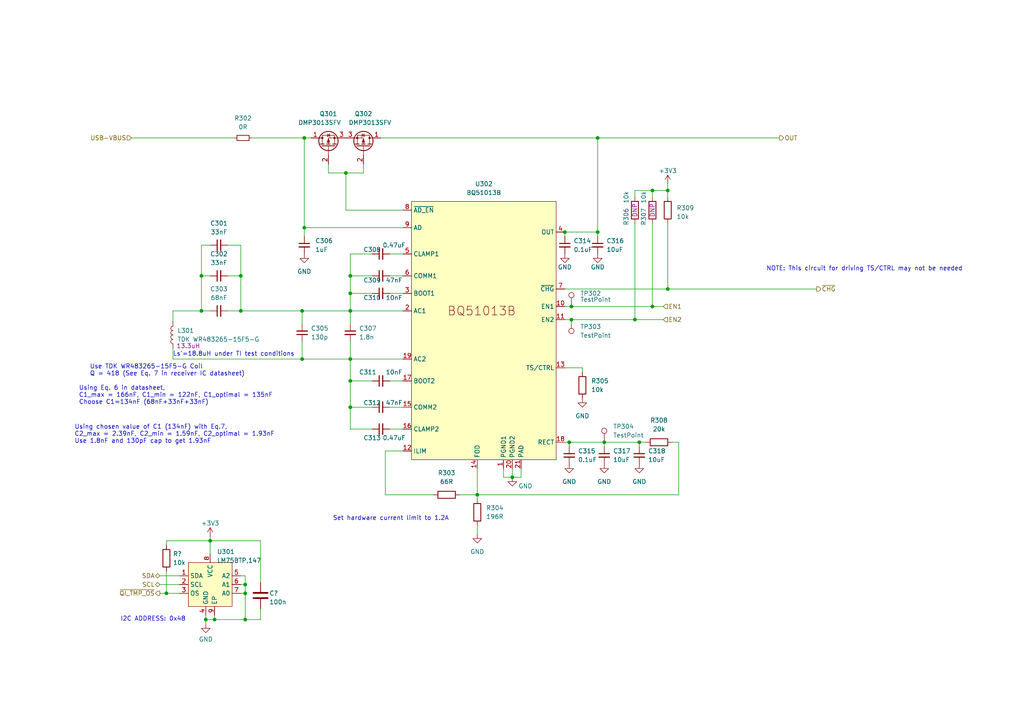
<source format=kicad_sch>
(kicad_sch (version 20230121) (generator eeschema)
  (paper "A4")
  (lib_symbols
    (symbol "Connector:TestPoint" (pin_numbers hide) (pin_names (offset 0.762) hide)
      (property "Reference" "TP" (at 0 6.858 0))
      (property "Value" "TestPoint" (at 0 5.08 0))
      (symbol "TestPoint_0_1"
        (circle (center 0 3.302) (radius 0.762))
      )
      (symbol "TestPoint_1_1"
        (pin passive line (at 0 0 90) (length 2.54) (name "1") (number "1"))
      )
    )
    (symbol "Device:C" (pin_numbers hide) (pin_names (offset 0.254))
      (property "Reference" "C" (at 0.635 2.54 0))
      (property "Value" "C" (at 0.635 -2.54 0))
      (symbol "C_0_1"
        (polyline (pts (xy -2.032 -0.762) (xy 2.032 -0.762)) (stroke (width 0.508)))
        (polyline (pts (xy -2.032 0.762) (xy 2.032 0.762)) (stroke (width 0.508)))
      )
      (symbol "C_1_1"
        (pin passive line (at 0 3.81 270) (length 2.794) (name "~") (number "1"))
        (pin passive line (at 0 -3.81 90) (length 2.794) (name "~") (number "2"))
      )
    )
    (symbol "Device:C_Small" (pin_numbers hide) (pin_names (offset 0.254) hide)
      (property "Reference" "C" (at 0.254 1.778 0))
      (property "Value" "C_Small" (at 0.254 -2.032 0))
      (symbol "C_Small_0_1"
        (polyline (pts (xy -1.524 -0.508) (xy 1.524 -0.508)) (stroke (width 0.3302)))
        (polyline (pts (xy -1.524 0.508) (xy 1.524 0.508)) (stroke (width 0.3048)))
      )
      (symbol "C_Small_1_1"
        (pin passive line (at 0 2.54 270) (length 2.032) (name "~") (number "1"))
        (pin passive line (at 0 -2.54 90) (length 2.032) (name "~") (number "2"))
      )
    )
    (symbol "Device:L" (pin_numbers hide) (pin_names (offset 1.016) hide)
      (property "Reference" "L" (at -1.27 0 90))
      (property "Value" "L" (at 1.905 0 90))
      (symbol "L_0_1"
        (arc (start 0 -2.54) (mid 0.6323 -1.905) (end 0 -1.27))
        (arc (start 0 -1.27) (mid 0.6323 -0.635) (end 0 0))
        (arc (start 0 0) (mid 0.6323 0.635) (end 0 1.27))
        (arc (start 0 1.27) (mid 0.6323 1.905) (end 0 2.54))
      )
      (symbol "L_1_1"
        (pin passive line (at 0 3.81 270) (length 1.27) (name "1") (number "1"))
        (pin passive line (at 0 -3.81 90) (length 1.27) (name "2") (number "2"))
      )
    )
    (symbol "Device:Q_PMOS_DGS" (pin_names (offset 0) hide)
      (property "Reference" "Q" (at 5.08 1.27 0))
      (property "Value" "Q_PMOS_DGS" (at 5.08 -1.27 0))
      (symbol "Q_PMOS_DGS_0_1"
        (polyline (pts (xy 0.254 0) (xy -2.54 0)))
        (polyline (pts (xy 0.254 1.905) (xy 0.254 -1.905)) (stroke (width 0.254)))
        (polyline (pts (xy 0.762 -1.27) (xy 0.762 -2.286)) (stroke (width 0.254)))
        (polyline (pts (xy 0.762 0.508) (xy 0.762 -0.508)) (stroke (width 0.254)))
        (polyline (pts (xy 0.762 2.286) (xy 0.762 1.27)) (stroke (width 0.254)))
        (polyline (pts (xy 2.54 2.54) (xy 2.54 1.778)))
        (polyline (pts (xy 2.54 -2.54) (xy 2.54 0) (xy 0.762 0)))
        (polyline (pts (xy 0.762 1.778) (xy 3.302 1.778) (xy 3.302 -1.778) (xy 0.762 -1.778)))
        (polyline (pts (xy 2.286 0) (xy 1.27 0.381) (xy 1.27 -0.381) (xy 2.286 0)) (fill (type outline)))
        (polyline (pts (xy 2.794 -0.508) (xy 2.921 -0.381) (xy 3.683 -0.381) (xy 3.81 -0.254)))
        (polyline (pts (xy 3.302 -0.381) (xy 2.921 0.254) (xy 3.683 0.254) (xy 3.302 -0.381)))
        (circle (center 1.651 0) (radius 2.794) (stroke (width 0.254)))
        (circle (center 2.54 -1.778) (radius 0.254) (fill (type outline)))
        (circle (center 2.54 1.778) (radius 0.254) (fill (type outline)))
      )
      (symbol "Q_PMOS_DGS_1_1"
        (pin passive line (at 2.54 5.08 270) (length 2.54) (name "D") (number "1"))
        (pin input line (at -5.08 0 0) (length 2.54) (name "G") (number "2"))
        (pin passive line (at 2.54 -5.08 90) (length 2.54) (name "S") (number "3"))
      )
    )
    (symbol "Device:R" (pin_numbers hide) (pin_names (offset 0))
      (property "Reference" "R" (at 2.032 0 90))
      (property "Value" "R" (at 0 0 90))
      (symbol "R_0_1"
        (rectangle (start -1.016 -2.54) (end 1.016 2.54) (stroke (width 0.254)))
      )
      (symbol "R_1_1"
        (pin passive line (at 0 3.81 270) (length 1.27) (name "~") (number "1"))
        (pin passive line (at 0 -3.81 90) (length 1.27) (name "~") (number "2"))
      )
    )
    (symbol "Device:R_Small" (pin_numbers hide) (pin_names (offset 0.254) hide)
      (property "Reference" "R" (at 0.762 0.508 0))
      (property "Value" "R_Small" (at 0.762 -1.016 0))
      (symbol "R_Small_0_1"
        (rectangle (start -0.762 1.778) (end 0.762 -1.778) (stroke (width 0.2032)))
      )
      (symbol "R_Small_1_1"
        (pin passive line (at 0 2.54 270) (length 0.762) (name "~") (number "1"))
        (pin passive line (at 0 -2.54 90) (length 0.762) (name "~") (number "2"))
      )
    )
    (symbol "capstone:LM75BTP,147"
      (property "Reference" "U" (at 2.54 -7.62 0))
      (property "Value" "LM75BTP,147" (at 7.62 7.62 0))
      (symbol "LM75BTP,147_1_1"
        (rectangle (start -6.35 6.35) (end 6.35 -6.35) (fill (type background)))
        (pin bidirectional line (at -8.89 2.54 0) (length 2.54) (name "SDA") (number "1"))
        (pin bidirectional line (at -8.89 0 0) (length 2.54) (name "SCL") (number "2"))
        (pin output line (at -8.89 -2.54 0) (length 2.54) (name "OS") (number "3"))
        (pin power_in line (at -1.27 -8.89 90) (length 2.54) (name "GND") (number "4"))
        (pin input line (at 8.89 2.54 180) (length 2.54) (name "A2") (number "5"))
        (pin input line (at 8.89 0 180) (length 2.54) (name "A1") (number "6"))
        (pin input line (at 8.89 -2.54 180) (length 2.54) (name "A0") (number "7"))
        (pin power_in line (at 0 8.89 270) (length 2.54) (name "VCC") (number "8"))
        (pin power_in line (at 1.27 -8.89 90) (length 2.54) (name "EP") (number "9"))
      )
    )
    (symbol "power:+3V3" (power) (pin_names (offset 0))
      (property "Value" "+3V3" (at 0 3.556 0))
      (symbol "+3V3_0_1"
        (polyline (pts (xy -0.762 1.27) (xy 0 2.54)))
        (polyline (pts (xy 0 0) (xy 0 2.54)))
        (polyline (pts (xy 0 2.54) (xy 0.762 1.27)))
      )
      (symbol "+3V3_1_1"
        (pin power_in line (at 0 0 90) (length 0) hide (name "+3V3") (number "1"))
      )
    )
    (symbol "power:GND" (power) (pin_names (offset 0))
      (property "Value" "GND" (at 0 -3.81 0))
      (symbol "GND_0_1"
        (polyline (pts (xy 0 0) (xy 0 -1.27) (xy 1.27 -1.27) (xy 0 -2.54) (xy -1.27 -1.27) (xy 0 -1.27)))
      )
      (symbol "GND_1_1"
        (pin power_in line (at 0 0 270) (length 0) hide (name "GND") (number "1"))
      )
    )
    (symbol "power_and_charging:BQ51013B"
      (property "Reference" "U" (at 0 33.02 0))
      (property "Value" "BQ51013B" (at 0 30.48 0))
      (symbol "BQ51013B_0_0"
        (text "BQ51013B" (at -2.54 -3.81 0) (effects (font (size 2.54 2.54))))
      )
      (symbol "BQ51013B_0_1"
        (rectangle (start -22.86 27.94) (end 19.05 -46.99) (fill (type background)))
      )
      (symbol "BQ51013B_1_1"
        (pin input line (at 3.81 -49.53 90) (length 2.54) (name "PGND1") (number "1"))
        (pin input line (at 21.59 -2.54 180) (length 2.54) (name "EN1") (number "10"))
        (pin input line (at 21.59 -6.35 180) (length 2.54) (name "EN2") (number "11"))
        (pin input line (at -25.4 -44.45 0) (length 2.54) (name "ILIM") (number "12"))
        (pin input line (at 21.59 -20.32 180) (length 2.54) (name "TS/CTRL") (number "13"))
        (pin input line (at -3.81 -49.53 90) (length 2.54) (name "FOD") (number "14"))
        (pin input line (at -25.4 -31.75 0) (length 2.54) (name "COMM2") (number "15"))
        (pin input line (at -25.4 -38.1 0) (length 2.54) (name "CLAMP2") (number "16"))
        (pin input line (at -25.4 -24.13 0) (length 2.54) (name "BOOT2") (number "17"))
        (pin input line (at 21.59 -41.91 180) (length 2.54) (name "RECT") (number "18"))
        (pin input line (at -25.4 -17.78 0) (length 2.54) (name "AC2") (number "19"))
        (pin input line (at -25.4 -3.81 0) (length 2.54) (name "AC1") (number "2"))
        (pin input line (at 6.35 -49.53 90) (length 2.54) (name "PGND2") (number "20"))
        (pin input line (at 8.89 -49.53 90) (length 2.54) (name "PAD") (number "21"))
        (pin input line (at -25.4 1.27 0) (length 2.54) (name "BOOT1") (number "3"))
        (pin input line (at 21.59 19.05 180) (length 2.54) (name "OUT") (number "4"))
        (pin input line (at -25.4 12.7 0) (length 2.54) (name "CLAMP1") (number "5"))
        (pin input line (at -25.4 6.35 0) (length 2.54) (name "COMM1") (number "6"))
        (pin input line (at 21.59 2.54 180) (length 2.54) (name "~{CHG}") (number "7"))
        (pin input line (at -25.4 25.4 0) (length 2.54) (name "~{AD_EN}") (number "8"))
        (pin input line (at -25.4 20.32 0) (length 2.54) (name "AD") (number "9"))
      )
    )
  )
  (junction (at 87.63 90.17))
  (junction (at 60.96 156.845))
  (junction (at 173.355 40.005))
  (junction (at 71.12 172.085))
  (junction (at 59.69 179.705))
  (junction (at 69.85 90.17))
  (junction (at 173.355 67.31))
  (junction (at 101.6 85.09))
  (junction (at 175.26 128.27))
  (junction (at 58.42 90.17))
  (junction (at 71.12 169.545))
  (junction (at 71.12 179.705))
  (junction (at 101.6 110.49))
  (junction (at 101.6 90.17))
  (junction (at 193.675 55.245))
  (junction (at 185.42 128.27))
  (junction (at 165.735 88.9))
  (junction (at 165.1 128.27))
  (junction (at 87.63 104.14))
  (junction (at 101.6 104.14))
  (junction (at 148.59 138.43))
  (junction (at 101.6 80.01))
  (junction (at 58.42 80.01))
  (junction (at 138.43 143.51))
  (junction (at 193.675 83.82))
  (junction (at 88.265 66.04))
  (junction (at 184.15 92.71))
  (junction (at 48.26 172.085))
  (junction (at 101.6 118.11))
  (junction (at 100.33 50.165))
  (junction (at 163.83 67.31))
  (junction (at 69.85 80.01))
  (junction (at 62.23 179.705))
  (junction (at 189.23 55.245))
  (junction (at 189.23 88.9))
  (junction (at 88.265 40.005))
  (junction (at 165.735 92.71))
  (wire (pts (xy 75.565 179.705) (xy 71.12 179.705)))
  (wire (pts (xy 50.165 90.17) (xy 50.165 93.345)))
  (wire (pts (xy 101.6 110.49) (xy 101.6 104.14)))
  (wire (pts (xy 107.95 118.11) (xy 101.6 118.11)))
  (wire (pts (xy 88.265 66.04) (xy 88.265 40.005)))
  (wire (pts (xy 60.96 71.12) (xy 58.42 71.12)))
  (wire (pts (xy 101.6 80.01) (xy 107.95 80.01)))
  (wire (pts (xy 111.76 130.81) (xy 111.76 143.51)))
  (wire (pts (xy 87.63 90.17) (xy 101.6 90.17)))
  (wire (pts (xy 146.05 135.89) (xy 146.05 138.43)))
  (wire (pts (xy 38.1 40.005) (xy 67.945 40.005)))
  (wire (pts (xy 66.04 90.17) (xy 69.85 90.17)))
  (wire (pts (xy 101.6 104.14) (xy 116.84 104.14)))
  (wire (pts (xy 59.69 179.705) (xy 59.69 180.975)))
  (wire (pts (xy 105.41 47.625) (xy 105.41 50.165)))
  (wire (pts (xy 69.85 90.17) (xy 87.63 90.17)))
  (wire (pts (xy 113.03 80.01) (xy 116.84 80.01)))
  (wire (pts (xy 110.49 40.005) (xy 173.355 40.005)))
  (wire (pts (xy 69.85 80.01) (xy 69.85 90.17)))
  (wire (pts (xy 95.25 47.625) (xy 95.25 50.165)))
  (wire (pts (xy 87.63 99.06) (xy 87.63 104.14)))
  (wire (pts (xy 66.04 71.12) (xy 69.85 71.12)))
  (wire (pts (xy 163.83 83.82) (xy 193.675 83.82)))
  (wire (pts (xy 138.43 135.89) (xy 138.43 143.51)))
  (wire (pts (xy 168.91 106.68) (xy 168.91 107.95)))
  (wire (pts (xy 113.03 110.49) (xy 116.84 110.49)))
  (wire (pts (xy 194.945 128.27) (xy 196.85 128.27)))
  (wire (pts (xy 163.83 106.68) (xy 168.91 106.68)))
  (wire (pts (xy 59.69 179.705) (xy 62.23 179.705)))
  (wire (pts (xy 69.85 172.085) (xy 71.12 172.085)))
  (wire (pts (xy 151.13 135.89) (xy 151.13 138.43)))
  (wire (pts (xy 71.12 179.705) (xy 71.12 172.085)))
  (wire (pts (xy 62.23 178.435) (xy 62.23 179.705)))
  (wire (pts (xy 101.6 99.06) (xy 101.6 104.14)))
  (wire (pts (xy 48.26 156.845) (xy 48.26 158.115)))
  (wire (pts (xy 184.15 57.15) (xy 184.15 55.245)))
  (wire (pts (xy 196.85 128.27) (xy 196.85 143.51)))
  (wire (pts (xy 196.85 143.51) (xy 138.43 143.51)))
  (wire (pts (xy 184.15 64.77) (xy 184.15 92.71)))
  (wire (pts (xy 66.04 80.01) (xy 69.85 80.01)))
  (wire (pts (xy 60.96 80.01) (xy 58.42 80.01)))
  (wire (pts (xy 163.83 128.27) (xy 165.1 128.27)))
  (wire (pts (xy 184.15 92.71) (xy 192.405 92.71)))
  (wire (pts (xy 185.42 128.27) (xy 185.42 129.54)))
  (wire (pts (xy 175.26 128.27) (xy 175.26 129.54)))
  (wire (pts (xy 107.95 73.66) (xy 101.6 73.66)))
  (wire (pts (xy 69.85 169.545) (xy 71.12 169.545)))
  (wire (pts (xy 138.43 152.4) (xy 138.43 154.94)))
  (wire (pts (xy 60.96 155.575) (xy 60.96 156.845)))
  (wire (pts (xy 163.83 92.71) (xy 165.735 92.71)))
  (wire (pts (xy 100.33 60.96) (xy 116.84 60.96)))
  (wire (pts (xy 163.83 67.31) (xy 163.83 68.58)))
  (wire (pts (xy 50.165 100.965) (xy 50.165 104.14)))
  (wire (pts (xy 75.565 176.53) (xy 75.565 179.705)))
  (wire (pts (xy 151.13 138.43) (xy 148.59 138.43)))
  (wire (pts (xy 60.96 156.845) (xy 48.26 156.845)))
  (wire (pts (xy 146.05 138.43) (xy 148.59 138.43)))
  (wire (pts (xy 107.95 85.09) (xy 101.6 85.09)))
  (wire (pts (xy 73.025 40.005) (xy 88.265 40.005)))
  (wire (pts (xy 58.42 71.12) (xy 58.42 80.01)))
  (wire (pts (xy 163.83 67.31) (xy 173.355 67.31)))
  (wire (pts (xy 101.6 90.17) (xy 116.84 90.17)))
  (wire (pts (xy 88.265 66.04) (xy 88.265 68.58)))
  (wire (pts (xy 101.6 90.17) (xy 101.6 93.98)))
  (wire (pts (xy 165.735 92.71) (xy 184.15 92.71)))
  (wire (pts (xy 60.96 156.845) (xy 60.96 160.655)))
  (wire (pts (xy 111.76 143.51) (xy 125.73 143.51)))
  (wire (pts (xy 69.85 71.12) (xy 69.85 80.01)))
  (wire (pts (xy 113.03 85.09) (xy 116.84 85.09)))
  (wire (pts (xy 148.59 135.89) (xy 148.59 138.43)))
  (wire (pts (xy 100.33 50.165) (xy 100.33 60.96)))
  (wire (pts (xy 175.26 128.27) (xy 185.42 128.27)))
  (wire (pts (xy 107.95 110.49) (xy 101.6 110.49)))
  (wire (pts (xy 87.63 104.14) (xy 101.6 104.14)))
  (wire (pts (xy 46.355 172.085) (xy 48.26 172.085)))
  (wire (pts (xy 101.6 124.46) (xy 101.6 118.11)))
  (wire (pts (xy 71.12 167.005) (xy 71.12 169.545)))
  (wire (pts (xy 46.355 169.545) (xy 52.07 169.545)))
  (wire (pts (xy 193.675 64.77) (xy 193.675 83.82)))
  (wire (pts (xy 113.03 124.46) (xy 116.84 124.46)))
  (wire (pts (xy 107.95 124.46) (xy 101.6 124.46)))
  (wire (pts (xy 185.42 128.27) (xy 187.325 128.27)))
  (wire (pts (xy 101.6 110.49) (xy 101.6 118.11)))
  (wire (pts (xy 50.165 90.17) (xy 58.42 90.17)))
  (wire (pts (xy 60.96 156.845) (xy 75.565 156.845)))
  (wire (pts (xy 165.1 128.27) (xy 165.1 129.54)))
  (wire (pts (xy 113.03 73.66) (xy 116.84 73.66)))
  (wire (pts (xy 101.6 73.66) (xy 101.6 80.01)))
  (wire (pts (xy 193.675 83.82) (xy 236.855 83.82)))
  (wire (pts (xy 189.23 88.9) (xy 192.405 88.9)))
  (wire (pts (xy 189.23 57.15) (xy 189.23 55.245)))
  (wire (pts (xy 71.12 172.085) (xy 71.12 169.545)))
  (wire (pts (xy 173.355 67.31) (xy 173.355 68.58)))
  (wire (pts (xy 133.35 143.51) (xy 138.43 143.51)))
  (wire (pts (xy 88.265 40.005) (xy 90.17 40.005)))
  (wire (pts (xy 87.63 90.17) (xy 87.63 93.98)))
  (wire (pts (xy 62.23 179.705) (xy 71.12 179.705)))
  (wire (pts (xy 184.15 55.245) (xy 189.23 55.245)))
  (wire (pts (xy 88.265 66.04) (xy 116.84 66.04)))
  (wire (pts (xy 193.675 55.245) (xy 193.675 57.15)))
  (wire (pts (xy 165.735 88.9) (xy 189.23 88.9)))
  (wire (pts (xy 58.42 80.01) (xy 58.42 90.17)))
  (wire (pts (xy 101.6 80.01) (xy 101.6 85.09)))
  (wire (pts (xy 113.03 118.11) (xy 116.84 118.11)))
  (wire (pts (xy 71.12 167.005) (xy 69.85 167.005)))
  (wire (pts (xy 48.26 172.085) (xy 52.07 172.085)))
  (wire (pts (xy 189.23 55.245) (xy 193.675 55.245)))
  (wire (pts (xy 138.43 143.51) (xy 138.43 144.78)))
  (wire (pts (xy 50.165 104.14) (xy 87.63 104.14)))
  (wire (pts (xy 173.355 40.005) (xy 173.355 67.31)))
  (wire (pts (xy 60.96 90.17) (xy 58.42 90.17)))
  (wire (pts (xy 189.23 64.77) (xy 189.23 88.9)))
  (wire (pts (xy 59.69 178.435) (xy 59.69 179.705)))
  (wire (pts (xy 101.6 85.09) (xy 101.6 90.17)))
  (wire (pts (xy 193.675 53.34) (xy 193.675 55.245)))
  (wire (pts (xy 95.25 50.165) (xy 100.33 50.165)))
  (wire (pts (xy 173.355 40.005) (xy 226.06 40.005)))
  (wire (pts (xy 116.84 130.81) (xy 111.76 130.81)))
  (wire (pts (xy 48.26 165.735) (xy 48.26 172.085)))
  (wire (pts (xy 163.83 88.9) (xy 165.735 88.9)))
  (wire (pts (xy 165.1 128.27) (xy 175.26 128.27)))
  (wire (pts (xy 46.355 167.005) (xy 52.07 167.005)))
  (wire (pts (xy 100.33 50.165) (xy 105.41 50.165)))
  (wire (pts (xy 75.565 156.845) (xy 75.565 168.91)))
  (text "Using chosen value of C1 (134nF) with Eq.7,\nC2_max = 2.39nF, C2_min = 1.59nF, C2_optimal = 1.93nF\nUse 1.8nF and 130pF cap to get 1.93nF\n\n" (at 21.59 130.81 0) (effects (font (size 1.27 1.27)) (justify left bottom)))
  (text "Use TDK WR483265-15F5-G Coil\nQ = 418 (See Eq. 7 in receiver IC datasheet)\n" (at 26.035 109.22 0) (effects (font (size 1.27 1.27)) (justify left bottom)))
  (text "Using Eq. 6 in datasheet, \nC1_max = 166nF, C1_min = 122nF, C1_optimal = 135nF\nChoose C1=134nF (68nF+33nF+33nF)" (at 22.86 117.475 0) (effects (font (size 1.27 1.27)) (justify left bottom)))
  (text "Ls'=18.8uH under TI test conditions\n" (at 50.165 103.505 0) (effects (font (size 1.27 1.27)) (justify left bottom)))
  (text "I2C ADDRESS: 0x48\n" (at 34.925 180.34 0) (effects (font (size 1.27 1.27)) (justify left bottom)))
  (text "NOTE: This circuit for driving TS/CTRL may not be needed" (at 222.25 78.74 0) (effects (font (size 1.27 1.27)) (justify left bottom)))
  (text "Set hardware current limit to 1.2A\n" (at 96.52 151.13 0) (effects (font (size 1.27 1.27)) (justify left bottom)))
  (hierarchical_label "OUT" (shape output) (at 226.06 40.005 0))
  (hierarchical_label "SCL" (shape bidirectional) (at 46.355 169.545 180))
  (hierarchical_label "EN2" (shape input) (at 192.405 92.71 0))
  (hierarchical_label "SDA" (shape bidirectional) (at 46.355 167.005 180))
  (hierarchical_label "EN1" (shape input) (at 192.405 88.9 0))
  (hierarchical_label "~{CHG}" (shape output) (at 236.855 83.82 0))
  (hierarchical_label "~{QI_TMP_OS}" (shape output) (at 46.355 172.085 180))
  (hierarchical_label "USB-VBUS" (shape input) (at 38.1 40.005 180))
  (symbol (lib_id "Device:C_Small") (at 110.49 73.66 90) (unit 1)
    (property "Reference" "C308" (at 107.95 72.39 90))
    (property "Value" "0.47uF" (at 114.3 71.12 90))
    (property "Footprint" "Capacitor_SMD:C_0603_1608Metric" (effects hide))
    (instances (project "high-power" (path "" (reference "C308") (unit 1))) (project "low-power" (path "" (reference "C213") (unit 1))))
  )
  (symbol (lib_id "Connector:TestPoint") (at 175.26 128.27 0) (unit 1)
    (property "Reference" "TP304" (at 177.8 123.698 0) (effects (justify left)))
    (property "Value" "TestPoint" (at 177.8 126.238 0) (effects (justify left)))
    (property "Footprint" "TestPoint:TestPoint_Pad_D1.0mm" (effects hide))
    (instances (project "high-power" (path "" (reference "TP304") (unit 1))) (project "low-power" (path "" (reference "TP204") (unit 1))))
  )
  (symbol (lib_id "Device:C_Small") (at 110.49 85.09 90) (unit 1)
    (property "Reference" "C310" (at 107.95 86.36 90))
    (property "Value" "10nF" (at 114.3 86.36 90))
    (property "Footprint" "Capacitor_SMD:C_0402_1005Metric" (effects hide))
    (instances (project "high-power" (path "" (reference "C310") (unit 1))) (project "low-power" (path "" (reference "C215") (unit 1))))
  )
  (symbol (lib_id "Device:C_Small") (at 110.49 118.11 90) (unit 1)
    (property "Reference" "C312" (at 107.95 116.84 90))
    (property "Value" "47nF" (at 114.3 116.84 90))
    (property "Footprint" "Capacitor_SMD:C_0603_1608Metric" (effects hide))
    (instances (project "high-power" (path "" (reference "C312") (unit 1))) (project "low-power" (path "" (reference "C217") (unit 1))))
  )
  (symbol (lib_id "Device:C_Small") (at 110.49 110.49 90) (unit 1)
    (property "Reference" "C311" (at 106.68 107.95 90))
    (property "Value" "10nF" (at 114.3 107.95 90))
    (property "Footprint" "Capacitor_SMD:C_0402_1005Metric" (effects hide))
    (instances (project "high-power" (path "" (reference "C311") (unit 1))) (project "low-power" (path "" (reference "C216") (unit 1))))
  )
  (symbol (lib_id "Device:R_Small") (at 70.485 40.005 270) (unit 1)
    (property "Reference" "R302" (at 70.485 34.29 90))
    (property "Value" "0R" (at 70.485 36.83 90))
    (property "Footprint" "Resistor_SMD:R_1206_3216Metric" (effects hide))
    (instances (project "high-power" (path "" (reference "R302") (unit 1))) (project "low-power" (path "" (reference "R203") (unit 1))))
  )
  (symbol (lib_id "Device:C_Small") (at 63.5 80.01 90) (unit 1)
    (property "Reference" "C302" (at 63.5063 73.66 90))
    (property "Value" "33nF" (at 63.5063 76.2 90))
    (property "Footprint" "Capacitor_SMD:C_0402_1005Metric" (effects hide))
    (instances (project "high-power" (path "" (reference "C302") (unit 1))) (project "low-power" (path "" (reference "C207") (unit 1))))
  )
  (symbol (lib_id "capstone:LM75BTP,147") (at 60.96 169.545 0) (unit 1)
    (property "Reference" "U301" (at 62.9159 160.02 0) (effects (justify left)))
    (property "Value" "LM75BTP,147" (at 62.9159 162.56 0) (effects (justify left)))
    (property "Footprint" "capstone:LM75BTP,147" (effects hide))
    (instances (project "high-power" (path "" (reference "U301") (unit 1))) (project "low-power" (path "" (reference "U202") (unit 1))))
  )
  (symbol (lib_id "Device:C_Small") (at 110.49 124.46 90) (unit 1)
    (property "Reference" "C313" (at 107.95 127 90))
    (property "Value" "0.47uF" (at 114.3 127 90))
    (property "Footprint" "Capacitor_SMD:C_0603_1608Metric" (effects hide))
    (instances (project "high-power" (path "" (reference "C313") (unit 1))) (project "low-power" (path "" (reference "C218") (unit 1))))
  )
  (symbol (lib_id "Device:C") (at 75.565 172.72 0) (unit 1)
    (property "Reference" "C?" (at 78.105 172.085 0) (effects (justify left)))
    (property "Value" "100n" (at 78.105 174.625 0) (effects (justify left)))
    (property "Footprint" "Capacitor_SMD:C_0201_0603Metric" (effects hide))
    (instances (project "high-power" (path "" (reference "C?") (unit 1)) (path "" (reference "C?") (unit 1)) (path "" (reference "C304") (unit 1))) (project "low-power" (path "" (reference "C?") (unit 1)) (path "" (reference "C209") (unit 1))))
  )
  (symbol (lib_id "Device:C_Small") (at 165.1 132.08 0) (unit 1)
    (property "Reference" "C315" (at 167.64 130.8162 0) (effects (justify left)))
    (property "Value" "0.1uF" (at 167.64 133.3562 0) (effects (justify left)))
    (property "Footprint" "Capacitor_SMD:C_0201_0603Metric" (effects hide))
    (instances (project "high-power" (path "" (reference "C315") (unit 1))) (project "low-power" (path "" (reference "C220") (unit 1))))
  )
  (symbol (lib_id "power:GND") (at 185.42 134.62 0) (unit 1)
    (property "Reference" "#PWR0311" (effects hide))
    (property "Value" "GND" (at 185.42 139.7 0))
    (instances (project "high-power" (path "" (reference "#PWR0311") (unit 1))) (project "low-power" (path "" (reference "#PWR0214") (unit 1))))
  )
  (symbol (lib_id "Device:C_Small") (at 173.355 71.12 0) (unit 1)
    (property "Reference" "C316" (at 175.895 69.8562 0) (effects (justify left)))
    (property "Value" "10uF" (at 175.895 72.3962 0) (effects (justify left)))
    (property "Footprint" "Capacitor_SMD:C_0603_1608Metric" (effects hide))
    (instances (project "high-power" (path "" (reference "C316") (unit 1))) (project "low-power" (path "" (reference "C221") (unit 1))))
  )
  (symbol (lib_id "Device:C_Small") (at 63.5 90.17 90) (unit 1)
    (property "Reference" "C303" (at 63.5063 83.82 90))
    (property "Value" "68nF" (at 63.5063 86.36 90))
    (property "Footprint" "Capacitor_SMD:C_0402_1005Metric" (effects hide))
    (instances (project "high-power" (path "" (reference "C303") (unit 1))) (project "low-power" (path "" (reference "C208") (unit 1))))
  )
  (symbol (lib_id "Connector:TestPoint") (at 165.735 92.71 180) (unit 1)
    (property "Reference" "TP303" (at 168.275 94.7419 0) (effects (justify right)))
    (property "Value" "TestPoint" (at 168.275 97.2819 0) (effects (justify right)))
    (property "Footprint" "TestPoint:TestPoint_Pad_D1.0mm" (effects hide))
    (instances (project "high-power" (path "" (reference "TP303") (unit 1))) (project "low-power" (path "" (reference "TP203") (unit 1))))
  )
  (symbol (lib_id "power:GND") (at 59.69 180.975 0) (unit 1)
    (property "Reference" "#PWR?" (effects hide))
    (property "Value" "GND" (at 59.69 185.42 0))
    (instances (project "high-power" (path "" (reference "#PWR?") (unit 1)) (path "" (reference "#PWR?") (unit 1)) (path "" (reference "#PWR0301") (unit 1))) (project "low-power" (path "" (reference "#PWR?") (unit 1)) (path "" (reference "#PWR0204") (unit 1))))
  )
  (symbol (lib_id "Device:R") (at 138.43 148.59 180) (unit 1)
    (property "Reference" "R304" (at 140.97 147.3199 0) (effects (justify right)))
    (property "Value" "196R" (at 140.97 149.8599 0) (effects (justify right)))
    (property "Footprint" "Resistor_SMD:R_0201_0603Metric" (effects hide))
    (instances (project "high-power" (path "" (reference "R304") (unit 1))) (project "low-power" (path "" (reference "R205") (unit 1))))
  )
  (symbol (lib_id "Device:R") (at 168.91 111.76 0) (unit 1)
    (property "Reference" "R305" (at 171.45 110.4899 0) (effects (justify left)))
    (property "Value" "10k" (at 171.45 113.0299 0) (effects (justify left)))
    (property "Footprint" "Resistor_SMD:R_0201_0603Metric" (effects hide))
    (instances (project "high-power" (path "" (reference "R305") (unit 1))) (project "low-power" (path "" (reference "R206") (unit 1))))
  )
  (symbol (lib_id "power:GND") (at 175.26 134.62 0) (unit 1)
    (property "Reference" "#PWR0310" (effects hide))
    (property "Value" "GND" (at 175.26 139.7 0))
    (instances (project "high-power" (path "" (reference "#PWR0310") (unit 1))) (project "low-power" (path "" (reference "#PWR0213") (unit 1))))
  )
  (symbol (lib_id "Device:R") (at 189.23 60.96 0) (unit 1)
    (property "Reference" "R307" (at 186.69 65.405 90) (effects (justify left)))
    (property "Value" "10k" (at 186.69 59.055 90) (effects (justify left)))
    (property "Footprint" "Resistor_SMD:R_0402_1005Metric" (effects hide))
    (property "DNP" "DNP" (at 189.23 60.96 90))
    (instances (project "high-power" (path "" (reference "R307") (unit 1))) (project "low-power" (path "" (reference "R208") (unit 1))))
  )
  (symbol (lib_id "power:GND") (at 173.355 73.66 0) (unit 1)
    (property "Reference" "#PWR0309" (effects hide))
    (property "Value" "GND" (at 173.355 77.47 0))
    (instances (project "high-power" (path "" (reference "#PWR0309") (unit 1))) (project "low-power" (path "" (reference "#PWR0212") (unit 1))))
  )
  (symbol (lib_id "Device:C_Small") (at 185.42 132.08 0) (unit 1)
    (property "Reference" "C318" (at 187.96 130.8162 0) (effects (justify left)))
    (property "Value" "10uF" (at 187.96 133.3562 0) (effects (justify left)))
    (property "Footprint" "Capacitor_SMD:C_0603_1608Metric" (effects hide))
    (instances (project "high-power" (path "" (reference "C318") (unit 1))) (project "low-power" (path "" (reference "C223") (unit 1))))
  )
  (symbol (lib_id "Device:Q_PMOS_DGS") (at 95.25 42.545 90) (unit 1)
    (property "Reference" "Q301" (at 95.25 33.02 90))
    (property "Value" "DMP3013SFV" (at 92.71 35.56 90))
    (property "Footprint" "capstone:DMP3013SFV7" (effects hide))
    (instances (project "high-power" (path "" (reference "Q301") (unit 1))) (project "low-power" (path "" (reference "Q201") (unit 1))))
  )
  (symbol (lib_id "Device:Q_PMOS_DGS") (at 105.41 42.545 270) (mirror x) (unit 1)
    (property "Reference" "Q302" (at 105.41 33.02 90))
    (property "Value" "DMP3013SFV" (at 107.315 35.56 90))
    (property "Footprint" "capstone:DMP3013SFV7" (effects hide))
    (instances (project "high-power" (path "" (reference "Q302") (unit 1))) (project "low-power" (path "" (reference "Q202") (unit 1))))
  )
  (symbol (lib_id "Device:C_Small") (at 101.6 96.52 0) (unit 1)
    (property "Reference" "C307" (at 104.14 95.2563 0) (effects (justify left)))
    (property "Value" "1.8n" (at 104.14 97.7963 0) (effects (justify left)))
    (property "Footprint" "Capacitor_SMD:C_0402_1005Metric" (effects hide))
    (instances (project "high-power" (path "" (reference "C307") (unit 1))) (project "low-power" (path "" (reference "C212") (unit 1))))
  )
  (symbol (lib_id "power:+3V3") (at 60.96 155.575 0) (unit 1)
    (property "Reference" "#PWR?" (effects hide))
    (property "Value" "+3V3" (at 60.96 151.765 0))
    (instances (project "high-power" (path "" (reference "#PWR?") (unit 1)) (path "" (reference "#PWR?") (unit 1)) (path "" (reference "#PWR0302") (unit 1))) (project "low-power" (path "" (reference "#PWR?") (unit 1)) (path "" (reference "#PWR0205") (unit 1))))
  )
  (symbol (lib_id "power:GND") (at 138.43 154.94 0) (unit 1)
    (property "Reference" "#PWR0304" (effects hide))
    (property "Value" "GND" (at 138.43 160.02 0))
    (instances (project "high-power" (path "" (reference "#PWR0304") (unit 1))) (project "low-power" (path "" (reference "#PWR0207") (unit 1))))
  )
  (symbol (lib_id "Device:C_Small") (at 88.265 71.12 0) (unit 1)
    (property "Reference" "C306" (at 91.44 69.8563 0) (effects (justify left)))
    (property "Value" "1uF" (at 91.44 72.3963 0) (effects (justify left)))
    (property "Footprint" "Capacitor_SMD:C_0402_1005Metric" (effects hide))
    (instances (project "high-power" (path "" (reference "C306") (unit 1))) (project "low-power" (path "" (reference "C211") (unit 1))))
  )
  (symbol (lib_id "Device:C_Small") (at 163.83 71.12 0) (unit 1)
    (property "Reference" "C314" (at 166.37 69.8562 0) (effects (justify left)))
    (property "Value" "0.1uF" (at 166.37 72.3962 0) (effects (justify left)))
    (property "Footprint" "Capacitor_SMD:C_0201_0603Metric" (effects hide))
    (instances (project "high-power" (path "" (reference "C314") (unit 1))) (project "low-power" (path "" (reference "C219") (unit 1))))
  )
  (symbol (lib_id "Device:R") (at 48.26 161.925 0) (unit 1)
    (property "Reference" "R?" (at 50.165 160.655 0) (effects (justify left)))
    (property "Value" "10k" (at 50.165 163.195 0) (effects (justify left)))
    (property "Footprint" "Resistor_SMD:R_0201_0603Metric" (effects hide))
    (instances (project "high-power" (path "" (reference "R?") (unit 1)) (path "" (reference "R?") (unit 1)) (path "" (reference "R301") (unit 1))) (project "low-power" (path "" (reference "R?") (unit 1)) (path "" (reference "R202") (unit 1))))
  )
  (symbol (lib_id "power:+3V3") (at 193.675 53.34 0) (unit 1)
    (property "Reference" "#PWR0215" (effects hide))
    (property "Value" "+3V3" (at 193.675 49.53 0))
  )
  (symbol (lib_id "Device:C_Small") (at 175.26 132.08 0) (unit 1)
    (property "Reference" "C317" (at 177.8 130.8162 0) (effects (justify left)))
    (property "Value" "10uF" (at 177.8 133.3562 0) (effects (justify left)))
    (property "Footprint" "Capacitor_SMD:C_0603_1608Metric" (effects hide))
    (instances (project "high-power" (path "" (reference "C317") (unit 1))) (project "low-power" (path "" (reference "C222") (unit 1))))
  )
  (symbol (lib_id "Device:R") (at 184.15 60.96 0) (unit 1)
    (property "Reference" "R306" (at 181.61 65.405 90) (effects (justify left)))
    (property "Value" "10k" (at 181.61 59.055 90) (effects (justify left)))
    (property "Footprint" "Resistor_SMD:R_0402_1005Metric" (effects hide))
    (property "DNP" "DNP" (at 184.15 60.96 90))
    (instances (project "high-power" (path "" (reference "R306") (unit 1))) (project "low-power" (path "" (reference "R207") (unit 1))))
  )
  (symbol (lib_id "power:GND") (at 88.265 73.66 0) (unit 1)
    (property "Reference" "#PWR0303" (effects hide))
    (property "Value" "GND" (at 88.265 78.74 0))
    (instances (project "high-power" (path "" (reference "#PWR0303") (unit 1))) (project "low-power" (path "" (reference "#PWR0206") (unit 1))))
  )
  (symbol (lib_id "Connector:TestPoint") (at 165.735 88.9 0) (unit 1)
    (property "Reference" "TP302" (at 168.275 85.09 0) (effects (justify left)))
    (property "Value" "TestPoint" (at 168.275 86.8679 0) (effects (justify left)))
    (property "Footprint" "TestPoint:TestPoint_Pad_D1.0mm" (effects hide))
    (instances (project "high-power" (path "" (reference "TP302") (unit 1))) (project "low-power" (path "" (reference "TP202") (unit 1))))
  )
  (symbol (lib_id "Device:C_Small") (at 87.63 96.52 180) (unit 1)
    (property "Reference" "C305" (at 90.17 95.2436 0) (effects (justify right)))
    (property "Value" "130p" (at 90.17 97.7836 0) (effects (justify right)))
    (property "Footprint" "Capacitor_SMD:C_0402_1005Metric" (effects hide))
    (instances (project "high-power" (path "" (reference "C305") (unit 1))) (project "low-power" (path "" (reference "C210") (unit 1))))
  )
  (symbol (lib_id "power:GND") (at 163.83 73.66 0) (unit 1)
    (property "Reference" "#PWR0306" (effects hide))
    (property "Value" "GND" (at 163.83 77.47 0))
    (instances (project "high-power" (path "" (reference "#PWR0306") (unit 1))) (project "low-power" (path "" (reference "#PWR0209") (unit 1))))
  )
  (symbol (lib_id "Device:R") (at 193.675 60.96 0) (unit 1)
    (property "Reference" "R309" (at 196.215 60.325 0) (effects (justify left)))
    (property "Value" "10k" (at 196.215 62.865 0) (effects (justify left)))
    (property "Footprint" "Resistor_SMD:R_0201_0603Metric" (effects hide))
    (instances (project "high-power" (path "" (reference "R309") (unit 1))) (project "low-power" (path "" (reference "R210") (unit 1))))
  )
  (symbol (lib_id "Device:C_Small") (at 63.5 71.12 90) (unit 1)
    (property "Reference" "C301" (at 63.5063 64.77 90))
    (property "Value" "33nF" (at 63.5063 67.31 90))
    (property "Footprint" "Capacitor_SMD:C_0402_1005Metric" (effects hide))
    (instances (project "high-power" (path "" (reference "C301") (unit 1))) (project "low-power" (path "" (reference "C206") (unit 1))))
  )
  (symbol (lib_id "power_and_charging:BQ51013B") (at 142.24 86.36 0) (unit 1)
    (property "Reference" "U302" (at 140.335 53.34 0))
    (property "Value" "BQ51013B" (at 140.335 55.88 0))
    (property "Footprint" "capstone:IC_MSP430FR2522IRHLR" (effects hide))
    (instances (project "high-power" (path "" (reference "U302") (unit 1))) (project "low-power" (path "" (reference "U203") (unit 1))))
  )
  (symbol (lib_id "Device:L") (at 50.165 97.155 180) (unit 1)
    (property "Reference" "L301" (at 51.435 95.885 0) (effects (justify right)))
    (property "Value" "TDK WR483265-15F5-G" (at 51.435 98.425 0) (effects (justify right)))
    (property "Footprint" "Connector_JST:JST_PH_S2B-PH-K_1x02_P2.00mm_Horizontal" (effects hide))
    (property "L" "13.3uH" (at 54.61 100.33 0))
    (instances (project "high-power" (path "" (reference "L301") (unit 1))) (project "low-power" (path "" (reference "L201") (unit 1))))
  )
  (symbol (lib_id "power:GND") (at 165.1 134.62 0) (unit 1)
    (property "Reference" "#PWR0307" (effects hide))
    (property "Value" "GND" (at 165.1 139.7 0))
    (instances (project "high-power" (path "" (reference "#PWR0307") (unit 1))) (project "low-power" (path "" (reference "#PWR0210") (unit 1))))
  )
  (symbol (lib_id "Device:C_Small") (at 110.49 80.01 90) (unit 1)
    (property "Reference" "C309" (at 107.95 81.28 90))
    (property "Value" "47nF" (at 114.3 81.28 90))
    (property "Footprint" "Capacitor_SMD:C_0603_1608Metric" (effects hide))
    (instances (project "high-power" (path "" (reference "C309") (unit 1))) (project "low-power" (path "" (reference "C214") (unit 1))))
  )
  (symbol (lib_id "Device:R") (at 191.135 128.27 90) (unit 1)
    (property "Reference" "R308" (at 191.135 121.92 90))
    (property "Value" "20k" (at 191.135 124.46 90))
    (property "Footprint" "Resistor_SMD:R_0201_0603Metric" (effects hide))
    (instances (project "high-power" (path "" (reference "R308") (unit 1))) (project "low-power" (path "" (reference "R209") (unit 1))))
  )
  (symbol (lib_id "Device:R") (at 129.54 143.51 90) (unit 1)
    (property "Reference" "R303" (at 129.54 137.16 90))
    (property "Value" "66R" (at 129.54 139.7 90))
    (property "Footprint" "Resistor_SMD:R_0201_0603Metric" (effects hide))
    (instances (project "high-power" (path "" (reference "R303") (unit 1))) (project "low-power" (path "" (reference "R204") (unit 1))))
  )
  (symbol (lib_id "power:GND") (at 168.91 115.57 0) (unit 1)
    (property "Reference" "#PWR0308" (effects hide))
    (property "Value" "GND" (at 168.91 120.65 0))
    (instances (project "high-power" (path "" (reference "#PWR0308") (unit 1))) (project "low-power" (path "" (reference "#PWR0211") (unit 1))))
  )
  (symbol (lib_id "power:GND") (at 148.59 138.43 0) (unit 1)
    (property "Reference" "#PWR0305" (effects hide))
    (property "Value" "GND" (at 152.4 140.97 0))
    (instances (project "high-power" (path "" (reference "#PWR0305") (unit 1))) (project "low-power" (path "" (reference "#PWR0208") (unit 1))))
  )
)
</source>
